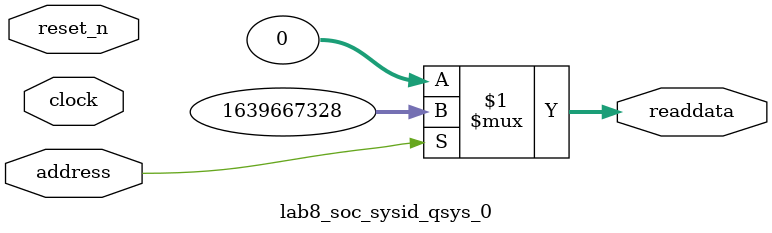
<source format=v>



// synthesis translate_off
`timescale 1ns / 1ps
// synthesis translate_on

// turn off superfluous verilog processor warnings 
// altera message_level Level1 
// altera message_off 10034 10035 10036 10037 10230 10240 10030 

module lab8_soc_sysid_qsys_0 (
               // inputs:
                address,
                clock,
                reset_n,

               // outputs:
                readdata
             )
;

  output  [ 31: 0] readdata;
  input            address;
  input            clock;
  input            reset_n;

  wire    [ 31: 0] readdata;
  //control_slave, which is an e_avalon_slave
  assign readdata = address ? 1639667328 : 0;

endmodule



</source>
